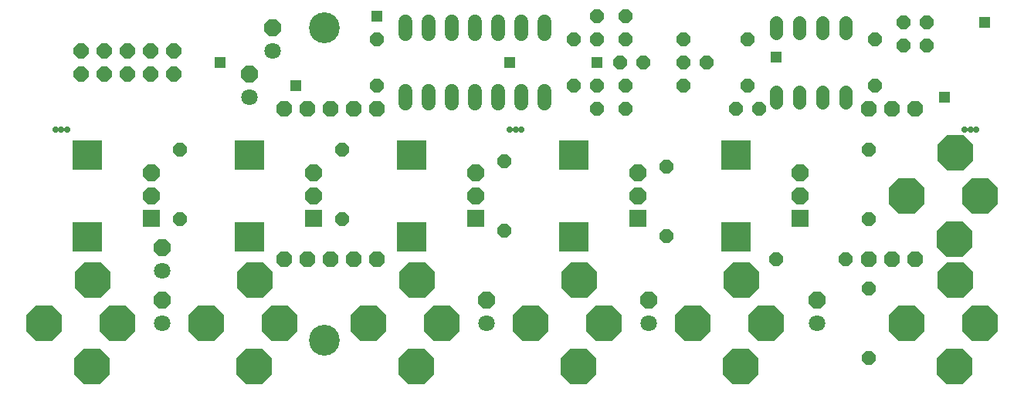
<source format=gbs>
G04 EAGLE Gerber RS-274X export*
G75*
%MOMM*%
%FSLAX34Y34*%
%LPD*%
%INSoldermask Bottom*%
%IPPOS*%
%AMOC8*
5,1,8,0,0,1.08239X$1,22.5*%
G01*
%ADD10C,3.378200*%
%ADD11C,0.703200*%
%ADD12C,1.524000*%
%ADD13C,1.411200*%
%ADD14R,1.879600X1.879600*%
%ADD15P,2.034460X8X22.500000*%
%ADD16R,3.319200X3.319200*%
%ADD17P,1.649562X8X292.500000*%
%ADD18P,1.649562X8X112.500000*%
%ADD19P,1.649562X8X202.500000*%
%ADD20P,1.649562X8X22.500000*%
%ADD21P,1.951982X8X112.500000*%
%ADD22C,1.803400*%
%ADD23P,4.278904X8X202.500000*%
%ADD24P,4.278904X8X112.500000*%
%ADD25P,1.759533X8X202.500000*%
%ADD26P,1.869504X8X112.500000*%
%ADD27R,1.209600X1.209600*%


D10*
X330200Y393700D03*
X330200Y50800D03*
D11*
X34925Y282575D03*
X41275Y282575D03*
X47625Y282575D03*
X1044575Y282575D03*
X1038225Y282575D03*
X1031875Y282575D03*
X539750Y282575D03*
X546100Y282575D03*
X533400Y282575D03*
D12*
X571500Y387096D02*
X571500Y400304D01*
X546100Y400304D02*
X546100Y387096D01*
X419100Y387096D02*
X419100Y400304D01*
X419100Y324104D02*
X419100Y310896D01*
X520700Y387096D02*
X520700Y400304D01*
X495300Y400304D02*
X495300Y387096D01*
X444500Y387096D02*
X444500Y400304D01*
X469900Y400304D02*
X469900Y387096D01*
X444500Y324104D02*
X444500Y310896D01*
X469900Y310896D02*
X469900Y324104D01*
X495300Y324104D02*
X495300Y310896D01*
X520700Y310896D02*
X520700Y324104D01*
X546100Y324104D02*
X546100Y310896D01*
X571500Y310896D02*
X571500Y324104D01*
D13*
X825500Y323540D02*
X825500Y311460D01*
X850900Y311460D02*
X850900Y323540D01*
X876300Y323540D02*
X876300Y311460D01*
X901700Y311460D02*
X901700Y323540D01*
X901700Y387660D02*
X901700Y399740D01*
X876300Y399740D02*
X876300Y387660D01*
X850900Y387660D02*
X850900Y399740D01*
X825500Y399740D02*
X825500Y387660D01*
D14*
X139850Y184550D03*
D15*
X139850Y209550D03*
X139850Y234550D03*
D16*
X69850Y254550D03*
X69850Y164550D03*
D14*
X673250Y184550D03*
D15*
X673250Y209550D03*
X673250Y234550D03*
D16*
X603250Y254550D03*
X603250Y164550D03*
D14*
X317650Y184550D03*
D15*
X317650Y209550D03*
X317650Y234550D03*
D16*
X247650Y254550D03*
X247650Y164550D03*
D14*
X851050Y184550D03*
D15*
X851050Y209550D03*
X851050Y234550D03*
D16*
X781050Y254550D03*
X781050Y164550D03*
D14*
X495450Y184550D03*
D15*
X495450Y209550D03*
X495450Y234550D03*
D16*
X425450Y254550D03*
X425450Y164550D03*
D17*
X171450Y260350D03*
X171450Y184150D03*
D18*
X704850Y165100D03*
X704850Y241300D03*
D17*
X349250Y260350D03*
X349250Y184150D03*
D19*
X901700Y139700D03*
X825500Y139700D03*
D18*
X527050Y171450D03*
X527050Y247650D03*
X660400Y381000D03*
X660400Y406400D03*
D17*
X628650Y330200D03*
X628650Y304800D03*
X660400Y330200D03*
X660400Y304800D03*
D18*
X628650Y381000D03*
X628650Y406400D03*
D20*
X781050Y304800D03*
X806450Y304800D03*
D17*
X990600Y400050D03*
X990600Y374650D03*
D18*
X965200Y374650D03*
X965200Y400050D03*
D17*
X927100Y260350D03*
X927100Y184150D03*
D18*
X927100Y31750D03*
X927100Y107950D03*
D19*
X679450Y355600D03*
X654050Y355600D03*
D18*
X723900Y381000D03*
X723900Y330200D03*
X749300Y355600D03*
X723900Y355600D03*
D21*
X152400Y95250D03*
D22*
X152400Y69850D03*
D21*
X685800Y95250D03*
D22*
X685800Y69850D03*
D21*
X869950Y95250D03*
D22*
X869950Y69850D03*
D21*
X152400Y152400D03*
D22*
X152400Y127000D03*
D21*
X508000Y95250D03*
D22*
X508000Y69850D03*
D23*
X74850Y22660D03*
X75850Y117310D03*
D24*
X102850Y69850D03*
X22390Y69850D03*
D23*
X1021000Y162360D03*
X1022000Y257010D03*
D24*
X1049000Y209550D03*
X968540Y209550D03*
D23*
X1021000Y22660D03*
X1022000Y117310D03*
D24*
X1049000Y69850D03*
X968540Y69850D03*
D23*
X608250Y22660D03*
X609250Y117310D03*
D24*
X636250Y69850D03*
X555790Y69850D03*
D23*
X252650Y22660D03*
X253650Y117310D03*
D24*
X280650Y69850D03*
X200190Y69850D03*
D23*
X786050Y22660D03*
X787050Y117310D03*
D24*
X814050Y69850D03*
X733590Y69850D03*
D23*
X430450Y22660D03*
X431450Y117310D03*
D24*
X458450Y69850D03*
X377990Y69850D03*
D21*
X247650Y342900D03*
D22*
X247650Y317500D03*
D21*
X273050Y393700D03*
D22*
X273050Y368300D03*
D25*
X165100Y368300D03*
X165100Y342900D03*
X139700Y368300D03*
X139700Y342900D03*
X114300Y368300D03*
X114300Y342900D03*
X88900Y368300D03*
X88900Y342900D03*
X63500Y368300D03*
X63500Y342900D03*
D17*
X387350Y381000D03*
X387350Y330200D03*
X793750Y381000D03*
X793750Y330200D03*
D18*
X603250Y330200D03*
X603250Y381000D03*
X933450Y330200D03*
X933450Y381000D03*
D26*
X285750Y139700D03*
X311150Y304800D03*
X311150Y139700D03*
X285750Y304800D03*
X336550Y139700D03*
X336550Y304800D03*
X387350Y139700D03*
X387350Y304800D03*
X952500Y139700D03*
X952500Y304800D03*
X361950Y139700D03*
X361950Y304800D03*
X927100Y304800D03*
X927100Y139700D03*
X977900Y139700D03*
X977900Y304800D03*
D27*
X533400Y355600D03*
X628650Y355600D03*
X1054100Y400050D03*
X1009650Y317500D03*
X298450Y330200D03*
X387350Y406400D03*
X215900Y355600D03*
X825500Y361950D03*
M02*

</source>
